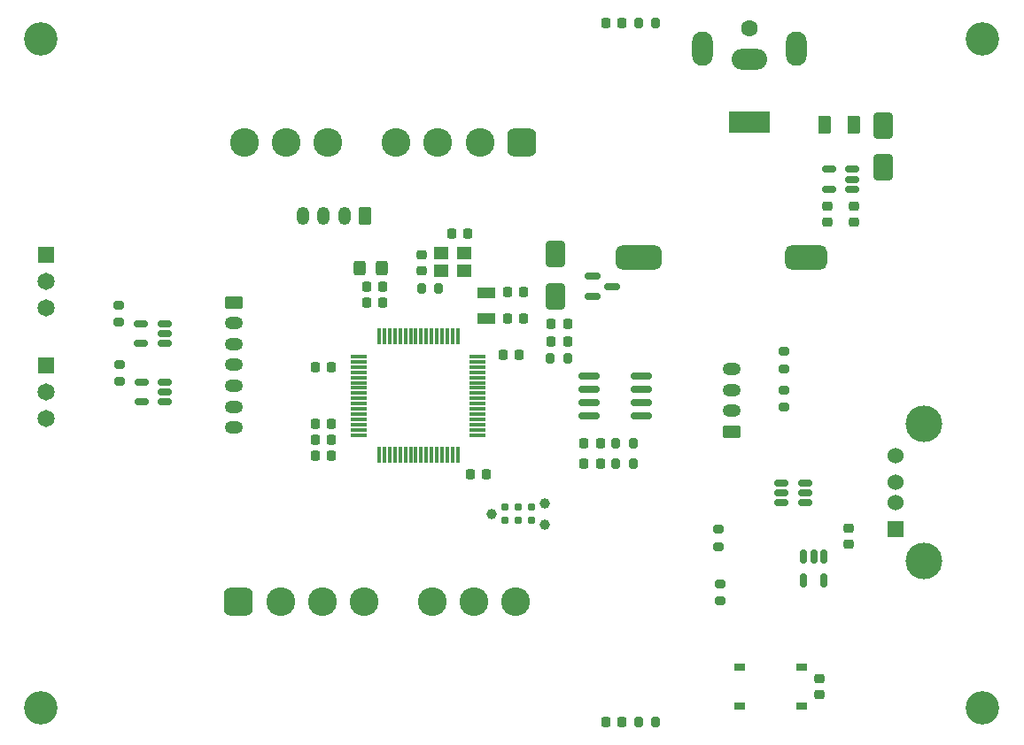
<source format=gbr>
%TF.GenerationSoftware,KiCad,Pcbnew,7.0.9*%
%TF.CreationDate,2024-01-15T17:24:14-05:00*%
%TF.ProjectId,stm32-snake-controller,73746d33-322d-4736-9e61-6b652d636f6e,A*%
%TF.SameCoordinates,Original*%
%TF.FileFunction,Soldermask,Top*%
%TF.FilePolarity,Negative*%
%FSLAX46Y46*%
G04 Gerber Fmt 4.6, Leading zero omitted, Abs format (unit mm)*
G04 Created by KiCad (PCBNEW 7.0.9) date 2024-01-15 17:24:14*
%MOMM*%
%LPD*%
G01*
G04 APERTURE LIST*
G04 Aperture macros list*
%AMRoundRect*
0 Rectangle with rounded corners*
0 $1 Rounding radius*
0 $2 $3 $4 $5 $6 $7 $8 $9 X,Y pos of 4 corners*
0 Add a 4 corners polygon primitive as box body*
4,1,4,$2,$3,$4,$5,$6,$7,$8,$9,$2,$3,0*
0 Add four circle primitives for the rounded corners*
1,1,$1+$1,$2,$3*
1,1,$1+$1,$4,$5*
1,1,$1+$1,$6,$7*
1,1,$1+$1,$8,$9*
0 Add four rect primitives between the rounded corners*
20,1,$1+$1,$2,$3,$4,$5,0*
20,1,$1+$1,$4,$5,$6,$7,0*
20,1,$1+$1,$6,$7,$8,$9,0*
20,1,$1+$1,$8,$9,$2,$3,0*%
G04 Aperture macros list end*
%ADD10RoundRect,0.250000X-0.625000X0.350000X-0.625000X-0.350000X0.625000X-0.350000X0.625000X0.350000X0*%
%ADD11O,1.750000X1.200000*%
%ADD12RoundRect,0.250000X0.625000X-0.350000X0.625000X0.350000X-0.625000X0.350000X-0.625000X-0.350000X0*%
%ADD13RoundRect,0.200000X0.200000X0.275000X-0.200000X0.275000X-0.200000X-0.275000X0.200000X-0.275000X0*%
%ADD14C,3.200000*%
%ADD15RoundRect,0.150000X0.512500X0.150000X-0.512500X0.150000X-0.512500X-0.150000X0.512500X-0.150000X0*%
%ADD16RoundRect,0.200000X-0.200000X-0.275000X0.200000X-0.275000X0.200000X0.275000X-0.200000X0.275000X0*%
%ADD17RoundRect,0.225000X0.250000X-0.225000X0.250000X0.225000X-0.250000X0.225000X-0.250000X-0.225000X0*%
%ADD18RoundRect,0.250000X0.325000X0.450000X-0.325000X0.450000X-0.325000X-0.450000X0.325000X-0.450000X0*%
%ADD19R,1.650000X1.650000*%
%ADD20C,1.650000*%
%ADD21R,1.800000X1.000000*%
%ADD22RoundRect,0.225000X0.225000X0.250000X-0.225000X0.250000X-0.225000X-0.250000X0.225000X-0.250000X0*%
%ADD23R,1.000000X0.750000*%
%ADD24RoundRect,0.250000X0.650000X-1.000000X0.650000X1.000000X-0.650000X1.000000X-0.650000X-1.000000X0*%
%ADD25RoundRect,0.218750X0.218750X0.256250X-0.218750X0.256250X-0.218750X-0.256250X0.218750X-0.256250X0*%
%ADD26RoundRect,0.200000X-0.275000X0.200000X-0.275000X-0.200000X0.275000X-0.200000X0.275000X0.200000X0*%
%ADD27RoundRect,0.250000X0.350000X0.625000X-0.350000X0.625000X-0.350000X-0.625000X0.350000X-0.625000X0*%
%ADD28O,1.200000X1.750000*%
%ADD29RoundRect,0.150000X-0.587500X-0.150000X0.587500X-0.150000X0.587500X0.150000X-0.587500X0.150000X0*%
%ADD30RoundRect,0.200000X0.275000X-0.200000X0.275000X0.200000X-0.275000X0.200000X-0.275000X-0.200000X0*%
%ADD31RoundRect,0.225000X-0.225000X-0.250000X0.225000X-0.250000X0.225000X0.250000X-0.225000X0.250000X0*%
%ADD32RoundRect,0.150000X0.825000X0.150000X-0.825000X0.150000X-0.825000X-0.150000X0.825000X-0.150000X0*%
%ADD33R,1.400000X1.200000*%
%ADD34RoundRect,0.150000X-0.150000X0.512500X-0.150000X-0.512500X0.150000X-0.512500X0.150000X0.512500X0*%
%ADD35O,2.000000X3.300000*%
%ADD36C,1.600000*%
%ADD37R,4.000000X2.000000*%
%ADD38O,3.400000X2.000000*%
%ADD39RoundRect,0.225000X-0.250000X0.225000X-0.250000X-0.225000X0.250000X-0.225000X0.250000X0.225000X0*%
%ADD40RoundRect,0.687500X-0.687500X-0.687500X0.687500X-0.687500X0.687500X0.687500X-0.687500X0.687500X0*%
%ADD41C,2.750000*%
%ADD42C,0.991000*%
%ADD43C,0.787000*%
%ADD44RoundRect,0.075000X-0.075000X0.700000X-0.075000X-0.700000X0.075000X-0.700000X0.075000X0.700000X0*%
%ADD45RoundRect,0.075000X-0.700000X0.075000X-0.700000X-0.075000X0.700000X-0.075000X0.700000X0.075000X0*%
%ADD46RoundRect,0.687500X0.687500X0.687500X-0.687500X0.687500X-0.687500X-0.687500X0.687500X-0.687500X0*%
%ADD47RoundRect,0.250000X-0.375000X-0.625000X0.375000X-0.625000X0.375000X0.625000X-0.375000X0.625000X0*%
%ADD48R,1.524000X1.524000*%
%ADD49C,1.524000*%
%ADD50C,3.500000*%
%ADD51RoundRect,0.575000X-1.625000X-0.575000X1.625000X-0.575000X1.625000X0.575000X-1.625000X0.575000X0*%
%ADD52RoundRect,0.575000X-1.425000X-0.575000X1.425000X-0.575000X1.425000X0.575000X-1.425000X0.575000X0*%
G04 APERTURE END LIST*
D10*
%TO.C,OLED102*%
X161417000Y-93156000D03*
D11*
X161417000Y-95156000D03*
X161417000Y-97156000D03*
X161417000Y-99156000D03*
X161417000Y-101156000D03*
X161417000Y-103156000D03*
X161417000Y-105156000D03*
%TD*%
D12*
%TO.C,OLED101*%
X209042000Y-105537000D03*
D11*
X209042000Y-103537000D03*
X209042000Y-101537000D03*
X209042000Y-99537000D03*
%TD*%
D13*
%TO.C,R102*%
X193325000Y-98500000D03*
X191675000Y-98500000D03*
%TD*%
D14*
%TO.C,H104*%
X143000000Y-132000000D03*
%TD*%
%TO.C,H103*%
X233000000Y-132000000D03*
%TD*%
%TO.C,H102*%
X233000000Y-68000000D03*
%TD*%
%TO.C,H101*%
X143000000Y-68000000D03*
%TD*%
D15*
%TO.C,U302*%
X154858300Y-102677000D03*
X154858300Y-101727000D03*
X154858300Y-100777000D03*
X152583300Y-100777000D03*
X152583300Y-102677000D03*
%TD*%
D16*
%TO.C,R103*%
X200089000Y-66421000D03*
X201739000Y-66421000D03*
%TD*%
D15*
%TO.C,U101*%
X216021500Y-112329000D03*
X216021500Y-111379000D03*
X216021500Y-110429000D03*
X213746500Y-110429000D03*
X213746500Y-111379000D03*
X213746500Y-112329000D03*
%TD*%
D17*
%TO.C,C110*%
X217425000Y-130696000D03*
X217425000Y-129146000D03*
%TD*%
D18*
%TO.C,FB101*%
X175523000Y-89916000D03*
X173473000Y-89916000D03*
%TD*%
D19*
%TO.C,J302*%
X143500000Y-99187000D03*
D20*
X143500000Y-101727000D03*
X143500000Y-104267000D03*
%TD*%
D21*
%TO.C,Y101*%
X185547000Y-92222000D03*
X185547000Y-94722000D03*
%TD*%
D22*
%TO.C,C108*%
X175641000Y-91694000D03*
X174091000Y-91694000D03*
%TD*%
D23*
%TO.C,SW101*%
X215725000Y-131796000D03*
X209725000Y-131796000D03*
X215725000Y-128046000D03*
X209725000Y-128046000D03*
%TD*%
D24*
%TO.C,D102*%
X192151000Y-92556000D03*
X192151000Y-88556000D03*
%TD*%
D25*
%TO.C,D103*%
X196448000Y-108585000D03*
X194873000Y-108585000D03*
%TD*%
D26*
%TO.C,R502*%
X207899000Y-120079000D03*
X207899000Y-121729000D03*
%TD*%
D27*
%TO.C,J102*%
X173990000Y-84878000D03*
D28*
X171990000Y-84878000D03*
X169990000Y-84878000D03*
X167990000Y-84878000D03*
%TD*%
D17*
%TO.C,C113*%
X179408000Y-90144000D03*
X179408000Y-88594000D03*
%TD*%
D29*
%TO.C,Q101*%
X195707000Y-90683000D03*
X195707000Y-92583000D03*
X197582000Y-91633000D03*
%TD*%
D22*
%TO.C,C109*%
X175641000Y-93218000D03*
X174091000Y-93218000D03*
%TD*%
D26*
%TO.C,R108*%
X213995000Y-101537000D03*
X213995000Y-103187000D03*
%TD*%
D30*
%TO.C,R107*%
X214000000Y-99504000D03*
X214000000Y-97854000D03*
%TD*%
D31*
%TO.C,C106*%
X184010000Y-109601000D03*
X185560000Y-109601000D03*
%TD*%
D24*
%TO.C,D101*%
X223520000Y-80232000D03*
X223520000Y-76232000D03*
%TD*%
D32*
%TO.C,U102*%
X200341000Y-104013000D03*
X200341000Y-102743000D03*
X200341000Y-101473000D03*
X200341000Y-100203000D03*
X195391000Y-100203000D03*
X195391000Y-101473000D03*
X195391000Y-102743000D03*
X195391000Y-104013000D03*
%TD*%
D33*
%TO.C,Y102*%
X183472000Y-88431000D03*
X181272000Y-88431000D03*
X181272000Y-90131000D03*
X183472000Y-90131000D03*
%TD*%
D34*
%TO.C,U501*%
X217803000Y-117480500D03*
X216853000Y-117480500D03*
X215903000Y-117480500D03*
X215903000Y-119755500D03*
X217803000Y-119755500D03*
%TD*%
D31*
%TO.C,C101*%
X191757000Y-95242000D03*
X193307000Y-95242000D03*
%TD*%
D19*
%TO.C,J301*%
X143500000Y-88646000D03*
D20*
X143500000Y-91186000D03*
X143500000Y-93726000D03*
%TD*%
D22*
%TO.C,C104*%
X170775000Y-99400000D03*
X169225000Y-99400000D03*
%TD*%
D31*
%TO.C,C102*%
X191757000Y-96901000D03*
X193307000Y-96901000D03*
%TD*%
%TO.C,C107*%
X187125000Y-98200000D03*
X188675000Y-98200000D03*
%TD*%
D16*
%TO.C,R105*%
X197930000Y-106675000D03*
X199580000Y-106675000D03*
%TD*%
D35*
%TO.C,J101*%
X215200000Y-68887500D03*
D36*
X210700000Y-66937500D03*
D35*
X206200000Y-68887500D03*
D37*
X210700000Y-75937500D03*
D38*
X210700000Y-69937500D03*
%TD*%
D22*
%TO.C,C114*%
X189116000Y-92202000D03*
X187566000Y-92202000D03*
%TD*%
D25*
%TO.C,D105*%
X198524000Y-133350000D03*
X196949000Y-133350000D03*
%TD*%
D39*
%TO.C,C501*%
X220218000Y-114795000D03*
X220218000Y-116345000D03*
%TD*%
D13*
%TO.C,R106*%
X180995000Y-91821000D03*
X179345000Y-91821000D03*
%TD*%
D15*
%TO.C,U301*%
X154807500Y-97089000D03*
X154807500Y-96139000D03*
X154807500Y-95189000D03*
X152532500Y-95189000D03*
X152532500Y-97089000D03*
%TD*%
D40*
%TO.C,J401*%
X161880000Y-121805000D03*
D41*
X165880000Y-121805000D03*
X169880000Y-121805000D03*
X173880000Y-121805000D03*
X180380000Y-121805000D03*
X184380000Y-121805000D03*
X188380000Y-121805000D03*
%TD*%
D30*
%TO.C,R501*%
X207772000Y-116522000D03*
X207772000Y-114872000D03*
%TD*%
D42*
%TO.C,J103*%
X186055000Y-113411000D03*
X191135000Y-112396000D03*
X191135000Y-114426000D03*
D43*
X187325000Y-114046000D03*
X187325000Y-112776000D03*
X188595000Y-114046000D03*
X188595000Y-112776000D03*
X189865000Y-114046000D03*
X189865000Y-112776000D03*
%TD*%
D16*
%TO.C,R101*%
X197930000Y-108585000D03*
X199580000Y-108585000D03*
%TD*%
D17*
%TO.C,C201*%
X220726000Y-85484000D03*
X220726000Y-83934000D03*
%TD*%
D30*
%TO.C,R301*%
X150418800Y-95059000D03*
X150418800Y-93409000D03*
%TD*%
D22*
%TO.C,C112*%
X183782000Y-86614000D03*
X182232000Y-86614000D03*
%TD*%
D15*
%TO.C,U201*%
X220556500Y-82339000D03*
X220556500Y-81389000D03*
X220556500Y-80439000D03*
X218281500Y-80439000D03*
X218281500Y-82339000D03*
%TD*%
D39*
%TO.C,C202*%
X218186000Y-83934000D03*
X218186000Y-85484000D03*
%TD*%
D44*
%TO.C,U103*%
X182820000Y-96433000D03*
X182320000Y-96433000D03*
X181820000Y-96433000D03*
X181320000Y-96433000D03*
X180820000Y-96433000D03*
X180320000Y-96433000D03*
X179820000Y-96433000D03*
X179320000Y-96433000D03*
X178820000Y-96433000D03*
X178320000Y-96433000D03*
X177820000Y-96433000D03*
X177320000Y-96433000D03*
X176820000Y-96433000D03*
X176320000Y-96433000D03*
X175820000Y-96433000D03*
X175320000Y-96433000D03*
D45*
X173395000Y-98358000D03*
X173395000Y-98858000D03*
X173395000Y-99358000D03*
X173395000Y-99858000D03*
X173395000Y-100358000D03*
X173395000Y-100858000D03*
X173395000Y-101358000D03*
X173395000Y-101858000D03*
X173395000Y-102358000D03*
X173395000Y-102858000D03*
X173395000Y-103358000D03*
X173395000Y-103858000D03*
X173395000Y-104358000D03*
X173395000Y-104858000D03*
X173395000Y-105358000D03*
X173395000Y-105858000D03*
D44*
X175320000Y-107783000D03*
X175820000Y-107783000D03*
X176320000Y-107783000D03*
X176820000Y-107783000D03*
X177320000Y-107783000D03*
X177820000Y-107783000D03*
X178320000Y-107783000D03*
X178820000Y-107783000D03*
X179320000Y-107783000D03*
X179820000Y-107783000D03*
X180320000Y-107783000D03*
X180820000Y-107783000D03*
X181320000Y-107783000D03*
X181820000Y-107783000D03*
X182320000Y-107783000D03*
X182820000Y-107783000D03*
D45*
X184745000Y-105858000D03*
X184745000Y-105358000D03*
X184745000Y-104858000D03*
X184745000Y-104358000D03*
X184745000Y-103858000D03*
X184745000Y-103358000D03*
X184745000Y-102858000D03*
X184745000Y-102358000D03*
X184745000Y-101858000D03*
X184745000Y-101358000D03*
X184745000Y-100858000D03*
X184745000Y-100358000D03*
X184745000Y-99858000D03*
X184745000Y-99358000D03*
X184745000Y-98858000D03*
X184745000Y-98358000D03*
%TD*%
D22*
%TO.C,C111*%
X189116000Y-94742000D03*
X187566000Y-94742000D03*
%TD*%
D25*
%TO.C,D106*%
X196448000Y-106680000D03*
X194873000Y-106680000D03*
%TD*%
D30*
%TO.C,R302*%
X150469600Y-100748600D03*
X150469600Y-99098600D03*
%TD*%
D25*
%TO.C,D104*%
X198526500Y-66421000D03*
X196951500Y-66421000D03*
%TD*%
D46*
%TO.C,J402*%
X188920000Y-77839000D03*
D41*
X184920000Y-77839000D03*
X180920000Y-77839000D03*
X176920000Y-77839000D03*
X170420000Y-77839000D03*
X166420000Y-77839000D03*
X162420000Y-77839000D03*
%TD*%
D47*
%TO.C,F101*%
X217929000Y-76200000D03*
X220729000Y-76200000D03*
%TD*%
D48*
%TO.C,J501*%
X224700000Y-114863000D03*
D49*
X224700000Y-112363000D03*
X224700000Y-110363000D03*
X224700000Y-107863000D03*
D50*
X227410000Y-117933000D03*
X227410000Y-104793000D03*
%TD*%
D22*
%TO.C,C105*%
X170775000Y-106299000D03*
X169225000Y-106299000D03*
%TD*%
D16*
%TO.C,R104*%
X200089000Y-133350000D03*
X201739000Y-133350000D03*
%TD*%
D22*
%TO.C,C103*%
X170775000Y-107823000D03*
X169225000Y-107823000D03*
%TD*%
D51*
%TO.C,BT101*%
X200100000Y-88900000D03*
D52*
X216100000Y-88900000D03*
%TD*%
D22*
%TO.C,C115*%
X170775000Y-104775000D03*
X169225000Y-104775000D03*
%TD*%
M02*

</source>
